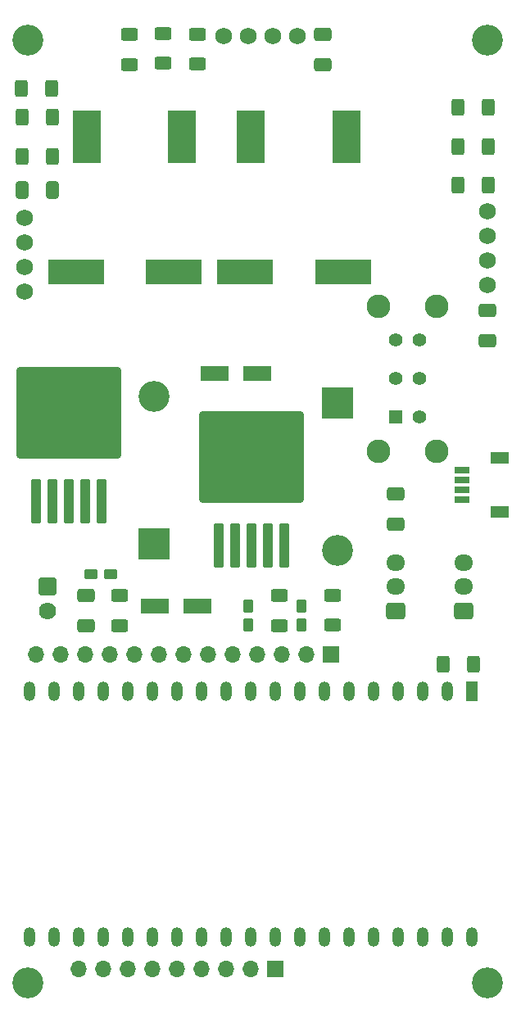
<source format=gbr>
%TF.GenerationSoftware,KiCad,Pcbnew,8.0.8*%
%TF.CreationDate,2025-02-20T18:56:18-05:00*%
%TF.ProjectId,pcb_v3,7063625f-7633-42e6-9b69-6361645f7063,rev?*%
%TF.SameCoordinates,Original*%
%TF.FileFunction,Soldermask,Top*%
%TF.FilePolarity,Negative*%
%FSLAX46Y46*%
G04 Gerber Fmt 4.6, Leading zero omitted, Abs format (unit mm)*
G04 Created by KiCad (PCBNEW 8.0.8) date 2025-02-20 18:56:18*
%MOMM*%
%LPD*%
G01*
G04 APERTURE LIST*
G04 Aperture macros list*
%AMRoundRect*
0 Rectangle with rounded corners*
0 $1 Rounding radius*
0 $2 $3 $4 $5 $6 $7 $8 $9 X,Y pos of 4 corners*
0 Add a 4 corners polygon primitive as box body*
4,1,4,$2,$3,$4,$5,$6,$7,$8,$9,$2,$3,0*
0 Add four circle primitives for the rounded corners*
1,1,$1+$1,$2,$3*
1,1,$1+$1,$4,$5*
1,1,$1+$1,$6,$7*
1,1,$1+$1,$8,$9*
0 Add four rect primitives between the rounded corners*
20,1,$1+$1,$2,$3,$4,$5,0*
20,1,$1+$1,$4,$5,$6,$7,0*
20,1,$1+$1,$6,$7,$8,$9,0*
20,1,$1+$1,$8,$9,$2,$3,0*%
G04 Aperture macros list end*
%ADD10C,3.200000*%
%ADD11RoundRect,0.250000X-0.400000X-0.625000X0.400000X-0.625000X0.400000X0.625000X-0.400000X0.625000X0*%
%ADD12R,5.800000X2.500000*%
%ADD13RoundRect,0.250000X0.300000X-2.050000X0.300000X2.050000X-0.300000X2.050000X-0.300000X-2.050000X0*%
%ADD14RoundRect,0.250002X5.149998X-4.449998X5.149998X4.449998X-5.149998X4.449998X-5.149998X-4.449998X0*%
%ADD15RoundRect,0.102000X0.604000X-0.604000X0.604000X0.604000X-0.604000X0.604000X-0.604000X-0.604000X0*%
%ADD16C,1.412000*%
%ADD17C,2.454000*%
%ADD18R,2.900000X5.400000*%
%ADD19RoundRect,0.250000X-0.412500X-0.650000X0.412500X-0.650000X0.412500X0.650000X-0.412500X0.650000X0*%
%ADD20RoundRect,0.102000X0.787500X-0.787500X0.787500X0.787500X-0.787500X0.787500X-0.787500X-0.787500X0*%
%ADD21C,1.779000*%
%ADD22RoundRect,0.102000X0.425000X-0.550000X0.425000X0.550000X-0.425000X0.550000X-0.425000X-0.550000X0*%
%ADD23C,1.734000*%
%ADD24R,1.200000X2.000000*%
%ADD25O,1.200000X2.000000*%
%ADD26R,3.200000X3.200000*%
%ADD27O,3.200000X3.200000*%
%ADD28RoundRect,0.250000X-0.650000X0.412500X-0.650000X-0.412500X0.650000X-0.412500X0.650000X0.412500X0*%
%ADD29RoundRect,0.250000X0.725000X-0.600000X0.725000X0.600000X-0.725000X0.600000X-0.725000X-0.600000X0*%
%ADD30O,1.950000X1.700000*%
%ADD31R,3.000000X1.600000*%
%ADD32RoundRect,0.250000X0.400000X0.625000X-0.400000X0.625000X-0.400000X-0.625000X0.400000X-0.625000X0*%
%ADD33R,1.700000X1.700000*%
%ADD34O,1.700000X1.700000*%
%ADD35RoundRect,0.250000X0.625000X-0.400000X0.625000X0.400000X-0.625000X0.400000X-0.625000X-0.400000X0*%
%ADD36RoundRect,0.250000X0.650000X-0.412500X0.650000X0.412500X-0.650000X0.412500X-0.650000X-0.412500X0*%
%ADD37RoundRect,0.250000X-0.625000X0.400000X-0.625000X-0.400000X0.625000X-0.400000X0.625000X0.400000X0*%
%ADD38R,1.549400X0.660400*%
%ADD39R,1.905000X1.295400*%
%ADD40RoundRect,0.102000X0.550000X0.425000X-0.550000X0.425000X-0.550000X-0.425000X0.550000X-0.425000X0*%
G04 APERTURE END LIST*
D10*
%TO.C,REF\u002A\u002A*%
X102000000Y-152000000D03*
%TD*%
%TO.C,REF\u002A\u002A*%
X149500000Y-152000000D03*
%TD*%
%TO.C,REF\u002A\u002A*%
X149500000Y-54500000D03*
%TD*%
%TO.C,REF\u002A\u002A*%
X102000000Y-54500000D03*
%TD*%
D11*
%TO.C,R7*%
X146450000Y-65500000D03*
X149550000Y-65500000D03*
%TD*%
D12*
%TO.C,CP4*%
X124450000Y-78500000D03*
X134550000Y-78500000D03*
%TD*%
D13*
%TO.C,U2*%
X102825000Y-102225000D03*
X104525000Y-102225000D03*
X106225000Y-102225000D03*
D14*
X106225000Y-93075000D03*
D13*
X107925000Y-102225000D03*
X109625000Y-102225000D03*
%TD*%
D11*
%TO.C,R10*%
X146450000Y-69500000D03*
X149550000Y-69500000D03*
%TD*%
D12*
%TO.C,CP3*%
X106950000Y-78500000D03*
X117050000Y-78500000D03*
%TD*%
D15*
%TO.C,S1*%
X140000000Y-93500000D03*
D16*
X140000000Y-89500000D03*
X140000000Y-85500000D03*
X142500000Y-93500000D03*
X142500000Y-89500000D03*
X142500000Y-85500000D03*
D17*
X138250000Y-97000000D03*
X138250000Y-82000000D03*
X144250000Y-82000000D03*
X144250000Y-97000000D03*
%TD*%
D18*
%TO.C,L2*%
X125050000Y-64500000D03*
X134950000Y-64500000D03*
%TD*%
D19*
%TO.C,C4*%
X101437500Y-70000000D03*
X104562500Y-70000000D03*
%TD*%
D20*
%TO.C,J1*%
X104000000Y-111000000D03*
D21*
X104000000Y-113500000D03*
%TD*%
D22*
%TO.C,D4*%
X124760000Y-115005000D03*
X124760000Y-112995000D03*
%TD*%
D23*
%TO.C,U6*%
X129810000Y-54125000D03*
X127270000Y-54125000D03*
X124730000Y-54125000D03*
X122190000Y-54125000D03*
%TD*%
D24*
%TO.C,U1*%
X147903440Y-121800000D03*
D25*
X145363440Y-121800000D03*
X142823440Y-121800000D03*
X140283440Y-121800000D03*
X137743440Y-121800000D03*
X135203440Y-121800000D03*
X132663440Y-121800000D03*
X130123440Y-121800000D03*
X127583440Y-121800000D03*
X125043440Y-121800000D03*
X122503440Y-121800000D03*
X119963440Y-121800000D03*
X117423440Y-121800000D03*
X114883440Y-121800000D03*
X112343440Y-121800000D03*
X109803440Y-121800000D03*
X107263440Y-121800000D03*
X104723440Y-121800000D03*
X102183440Y-121800000D03*
X102186160Y-147196320D03*
X104726160Y-147196320D03*
X107263440Y-147200000D03*
X109803440Y-147200000D03*
X112343440Y-147200000D03*
X114883440Y-147200000D03*
X117423440Y-147200000D03*
X119963440Y-147200000D03*
X122503440Y-147200000D03*
X125043440Y-147200000D03*
X127583440Y-147200000D03*
X130123440Y-147200000D03*
X132663440Y-147200000D03*
X135203440Y-147200000D03*
X137743440Y-147200000D03*
X140283440Y-147200000D03*
X142823440Y-147200000D03*
X145363440Y-147200000D03*
X147903440Y-147200000D03*
%TD*%
D26*
%TO.C,D2*%
X134000000Y-92000000D03*
D27*
X134000000Y-107240000D03*
%TD*%
D28*
%TO.C,C6*%
X149500000Y-82437500D03*
X149500000Y-85562500D03*
%TD*%
D29*
%TO.C,J7*%
X147000000Y-113500000D03*
D30*
X147000000Y-111000000D03*
X147000000Y-108500000D03*
%TD*%
D23*
%TO.C,U5*%
X101625000Y-72880000D03*
X101625000Y-75420000D03*
X101625000Y-77960000D03*
X101625000Y-80500000D03*
%TD*%
D31*
%TO.C,CP2*%
X121300000Y-89000000D03*
X125700000Y-89000000D03*
%TD*%
D32*
%TO.C,R11*%
X148050000Y-119000000D03*
X144950000Y-119000000D03*
%TD*%
D33*
%TO.C,J9*%
X127580000Y-150500000D03*
D34*
X125040000Y-150500000D03*
X122500000Y-150500000D03*
X119960000Y-150500000D03*
X117420000Y-150500000D03*
X114880000Y-150500000D03*
X112340000Y-150500000D03*
X109800000Y-150500000D03*
X107260000Y-150500000D03*
%TD*%
D35*
%TO.C,R8*%
X119500000Y-57000000D03*
X119500000Y-53900000D03*
%TD*%
D36*
%TO.C,C1*%
X108000000Y-115062500D03*
X108000000Y-111937500D03*
%TD*%
D37*
%TO.C,R1*%
X111500000Y-111950000D03*
X111500000Y-115050000D03*
%TD*%
D13*
%TO.C,U3*%
X121700000Y-106775000D03*
X123400000Y-106775000D03*
X125100000Y-106775000D03*
D14*
X125100000Y-97625000D03*
D13*
X126800000Y-106775000D03*
X128500000Y-106775000D03*
%TD*%
D33*
%TO.C,J8*%
X133360000Y-118000000D03*
D34*
X130820000Y-118000000D03*
X128280000Y-118000000D03*
X125740000Y-118000000D03*
X123200000Y-118000000D03*
X120660000Y-118000000D03*
X118120000Y-118000000D03*
X115580000Y-118000000D03*
X113040000Y-118000000D03*
X110500000Y-118000000D03*
X107960000Y-118000000D03*
X105420000Y-118000000D03*
X102880000Y-118000000D03*
%TD*%
D35*
%TO.C,R5*%
X116000000Y-56920000D03*
X116000000Y-53820000D03*
%TD*%
%TO.C,R2*%
X112500000Y-57050000D03*
X112500000Y-53950000D03*
%TD*%
%TO.C,R12*%
X128000000Y-115050000D03*
X128000000Y-111950000D03*
%TD*%
D36*
%TO.C,C2*%
X140000000Y-104562500D03*
X140000000Y-101437500D03*
%TD*%
%TO.C,C5*%
X132500000Y-57062500D03*
X132500000Y-53937500D03*
%TD*%
D22*
%TO.C,D5*%
X130260000Y-115005000D03*
X130260000Y-112995000D03*
%TD*%
D38*
%TO.C,J2*%
X146901500Y-102000000D03*
X146901500Y-100999999D03*
X146901500Y-100000001D03*
X146901500Y-99000000D03*
D39*
X150776501Y-97700001D03*
X150776501Y-103299999D03*
%TD*%
D35*
%TO.C,R13*%
X133500000Y-115000000D03*
X133500000Y-111900000D03*
%TD*%
D11*
%TO.C,R6*%
X101400000Y-62500000D03*
X104500000Y-62500000D03*
%TD*%
D18*
%TO.C,L1*%
X108050000Y-64500000D03*
X117950000Y-64500000D03*
%TD*%
D11*
%TO.C,R3*%
X101350000Y-59500000D03*
X104450000Y-59500000D03*
%TD*%
%TO.C,R4*%
X146450000Y-61500000D03*
X149550000Y-61500000D03*
%TD*%
D40*
%TO.C,D3*%
X110505000Y-109740000D03*
X108495000Y-109740000D03*
%TD*%
D29*
%TO.C,J6*%
X140000000Y-113500000D03*
D30*
X140000000Y-111000000D03*
X140000000Y-108500000D03*
%TD*%
D11*
%TO.C,R9*%
X101400000Y-66500000D03*
X104500000Y-66500000D03*
%TD*%
D26*
%TO.C,D1*%
X115000000Y-106620000D03*
D27*
X115000000Y-91380000D03*
%TD*%
D23*
%TO.C,U4*%
X149500000Y-79810000D03*
X149500000Y-77270000D03*
X149500000Y-74730000D03*
X149500000Y-72190000D03*
%TD*%
D31*
%TO.C,CP1*%
X115100000Y-113000000D03*
X119500000Y-113000000D03*
%TD*%
M02*

</source>
